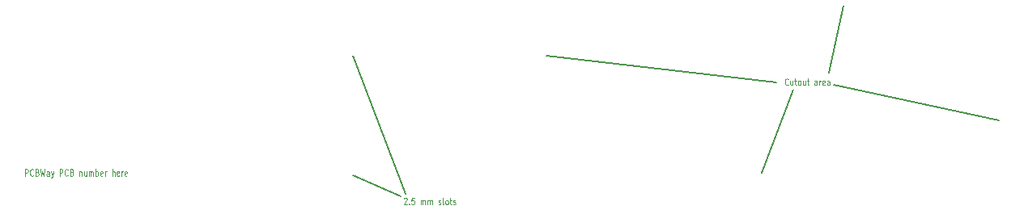
<source format=gbr>
G04 #@! TF.FileFunction,Other,Comment*
%FSLAX46Y46*%
G04 Gerber Fmt 4.6, Leading zero omitted, Abs format (unit mm)*
G04 Created by KiCad (PCBNEW 4.0.7-e2-6376~61~ubuntu18.04.1) date Fri Jul  6 14:55:34 2018*
%MOMM*%
%LPD*%
G01*
G04 APERTURE LIST*
%ADD10C,0.100000*%
%ADD11C,0.120000*%
%ADD12C,0.200000*%
G04 APERTURE END LIST*
D10*
D11*
X164420237Y-88816667D02*
X164420237Y-88116667D01*
X164629761Y-88116667D01*
X164682142Y-88150000D01*
X164708333Y-88183333D01*
X164734523Y-88250000D01*
X164734523Y-88350000D01*
X164708333Y-88416667D01*
X164682142Y-88450000D01*
X164629761Y-88483333D01*
X164420237Y-88483333D01*
X165284523Y-88750000D02*
X165258333Y-88783333D01*
X165179761Y-88816667D01*
X165127380Y-88816667D01*
X165048809Y-88783333D01*
X164996428Y-88716667D01*
X164970237Y-88650000D01*
X164944047Y-88516667D01*
X164944047Y-88416667D01*
X164970237Y-88283333D01*
X164996428Y-88216667D01*
X165048809Y-88150000D01*
X165127380Y-88116667D01*
X165179761Y-88116667D01*
X165258333Y-88150000D01*
X165284523Y-88183333D01*
X165703571Y-88450000D02*
X165782142Y-88483333D01*
X165808333Y-88516667D01*
X165834523Y-88583333D01*
X165834523Y-88683333D01*
X165808333Y-88750000D01*
X165782142Y-88783333D01*
X165729761Y-88816667D01*
X165520237Y-88816667D01*
X165520237Y-88116667D01*
X165703571Y-88116667D01*
X165755952Y-88150000D01*
X165782142Y-88183333D01*
X165808333Y-88250000D01*
X165808333Y-88316667D01*
X165782142Y-88383333D01*
X165755952Y-88416667D01*
X165703571Y-88450000D01*
X165520237Y-88450000D01*
X166017856Y-88116667D02*
X166148809Y-88816667D01*
X166253571Y-88316667D01*
X166358333Y-88816667D01*
X166489285Y-88116667D01*
X166934523Y-88816667D02*
X166934523Y-88450000D01*
X166908332Y-88383333D01*
X166855951Y-88350000D01*
X166751189Y-88350000D01*
X166698808Y-88383333D01*
X166934523Y-88783333D02*
X166882142Y-88816667D01*
X166751189Y-88816667D01*
X166698808Y-88783333D01*
X166672618Y-88716667D01*
X166672618Y-88650000D01*
X166698808Y-88583333D01*
X166751189Y-88550000D01*
X166882142Y-88550000D01*
X166934523Y-88516667D01*
X167144046Y-88350000D02*
X167274999Y-88816667D01*
X167405951Y-88350000D02*
X167274999Y-88816667D01*
X167222618Y-88983333D01*
X167196427Y-89016667D01*
X167144046Y-89050000D01*
X168034523Y-88816667D02*
X168034523Y-88116667D01*
X168244047Y-88116667D01*
X168296428Y-88150000D01*
X168322619Y-88183333D01*
X168348809Y-88250000D01*
X168348809Y-88350000D01*
X168322619Y-88416667D01*
X168296428Y-88450000D01*
X168244047Y-88483333D01*
X168034523Y-88483333D01*
X168898809Y-88750000D02*
X168872619Y-88783333D01*
X168794047Y-88816667D01*
X168741666Y-88816667D01*
X168663095Y-88783333D01*
X168610714Y-88716667D01*
X168584523Y-88650000D01*
X168558333Y-88516667D01*
X168558333Y-88416667D01*
X168584523Y-88283333D01*
X168610714Y-88216667D01*
X168663095Y-88150000D01*
X168741666Y-88116667D01*
X168794047Y-88116667D01*
X168872619Y-88150000D01*
X168898809Y-88183333D01*
X169317857Y-88450000D02*
X169396428Y-88483333D01*
X169422619Y-88516667D01*
X169448809Y-88583333D01*
X169448809Y-88683333D01*
X169422619Y-88750000D01*
X169396428Y-88783333D01*
X169344047Y-88816667D01*
X169134523Y-88816667D01*
X169134523Y-88116667D01*
X169317857Y-88116667D01*
X169370238Y-88150000D01*
X169396428Y-88183333D01*
X169422619Y-88250000D01*
X169422619Y-88316667D01*
X169396428Y-88383333D01*
X169370238Y-88416667D01*
X169317857Y-88450000D01*
X169134523Y-88450000D01*
X170103571Y-88350000D02*
X170103571Y-88816667D01*
X170103571Y-88416667D02*
X170129762Y-88383333D01*
X170182143Y-88350000D01*
X170260714Y-88350000D01*
X170313095Y-88383333D01*
X170339286Y-88450000D01*
X170339286Y-88816667D01*
X170836905Y-88350000D02*
X170836905Y-88816667D01*
X170601190Y-88350000D02*
X170601190Y-88716667D01*
X170627381Y-88783333D01*
X170679762Y-88816667D01*
X170758333Y-88816667D01*
X170810714Y-88783333D01*
X170836905Y-88750000D01*
X171098809Y-88816667D02*
X171098809Y-88350000D01*
X171098809Y-88416667D02*
X171125000Y-88383333D01*
X171177381Y-88350000D01*
X171255952Y-88350000D01*
X171308333Y-88383333D01*
X171334524Y-88450000D01*
X171334524Y-88816667D01*
X171334524Y-88450000D02*
X171360714Y-88383333D01*
X171413095Y-88350000D01*
X171491667Y-88350000D01*
X171544047Y-88383333D01*
X171570238Y-88450000D01*
X171570238Y-88816667D01*
X171832142Y-88816667D02*
X171832142Y-88116667D01*
X171832142Y-88383333D02*
X171884523Y-88350000D01*
X171989285Y-88350000D01*
X172041666Y-88383333D01*
X172067857Y-88416667D01*
X172094047Y-88483333D01*
X172094047Y-88683333D01*
X172067857Y-88750000D01*
X172041666Y-88783333D01*
X171989285Y-88816667D01*
X171884523Y-88816667D01*
X171832142Y-88783333D01*
X172539285Y-88783333D02*
X172486904Y-88816667D01*
X172382142Y-88816667D01*
X172329761Y-88783333D01*
X172303571Y-88716667D01*
X172303571Y-88450000D01*
X172329761Y-88383333D01*
X172382142Y-88350000D01*
X172486904Y-88350000D01*
X172539285Y-88383333D01*
X172565476Y-88450000D01*
X172565476Y-88516667D01*
X172303571Y-88583333D01*
X172801190Y-88816667D02*
X172801190Y-88350000D01*
X172801190Y-88483333D02*
X172827381Y-88416667D01*
X172853571Y-88383333D01*
X172905952Y-88350000D01*
X172958333Y-88350000D01*
X173560714Y-88816667D02*
X173560714Y-88116667D01*
X173796429Y-88816667D02*
X173796429Y-88450000D01*
X173770238Y-88383333D01*
X173717857Y-88350000D01*
X173639286Y-88350000D01*
X173586905Y-88383333D01*
X173560714Y-88416667D01*
X174267857Y-88783333D02*
X174215476Y-88816667D01*
X174110714Y-88816667D01*
X174058333Y-88783333D01*
X174032143Y-88716667D01*
X174032143Y-88450000D01*
X174058333Y-88383333D01*
X174110714Y-88350000D01*
X174215476Y-88350000D01*
X174267857Y-88383333D01*
X174294048Y-88450000D01*
X174294048Y-88516667D01*
X174032143Y-88583333D01*
X174529762Y-88816667D02*
X174529762Y-88350000D01*
X174529762Y-88483333D02*
X174555953Y-88416667D01*
X174582143Y-88383333D01*
X174634524Y-88350000D01*
X174686905Y-88350000D01*
X175079762Y-88783333D02*
X175027381Y-88816667D01*
X174922619Y-88816667D01*
X174870238Y-88783333D01*
X174844048Y-88716667D01*
X174844048Y-88450000D01*
X174870238Y-88383333D01*
X174922619Y-88350000D01*
X175027381Y-88350000D01*
X175079762Y-88383333D01*
X175105953Y-88450000D01*
X175105953Y-88516667D01*
X174844048Y-88583333D01*
D12*
X243000000Y-79000000D02*
X219000000Y-76250000D01*
X244750000Y-79750000D02*
X241500000Y-88500000D01*
X249000000Y-79250000D02*
X266250000Y-83000000D01*
X248500000Y-78000000D02*
X250000000Y-71000000D01*
X204250000Y-90750000D02*
X198750000Y-76250000D01*
X203750000Y-91000000D02*
X198750000Y-88750000D01*
D11*
X204052381Y-91183333D02*
X204078571Y-91150000D01*
X204130952Y-91116667D01*
X204261905Y-91116667D01*
X204314286Y-91150000D01*
X204340476Y-91183333D01*
X204366667Y-91250000D01*
X204366667Y-91316667D01*
X204340476Y-91416667D01*
X204026190Y-91816667D01*
X204366667Y-91816667D01*
X204602381Y-91750000D02*
X204628572Y-91783333D01*
X204602381Y-91816667D01*
X204576191Y-91783333D01*
X204602381Y-91750000D01*
X204602381Y-91816667D01*
X205126191Y-91116667D02*
X204864286Y-91116667D01*
X204838096Y-91450000D01*
X204864286Y-91416667D01*
X204916667Y-91383333D01*
X205047620Y-91383333D01*
X205100001Y-91416667D01*
X205126191Y-91450000D01*
X205152382Y-91516667D01*
X205152382Y-91683333D01*
X205126191Y-91750000D01*
X205100001Y-91783333D01*
X205047620Y-91816667D01*
X204916667Y-91816667D01*
X204864286Y-91783333D01*
X204838096Y-91750000D01*
X205807144Y-91816667D02*
X205807144Y-91350000D01*
X205807144Y-91416667D02*
X205833335Y-91383333D01*
X205885716Y-91350000D01*
X205964287Y-91350000D01*
X206016668Y-91383333D01*
X206042859Y-91450000D01*
X206042859Y-91816667D01*
X206042859Y-91450000D02*
X206069049Y-91383333D01*
X206121430Y-91350000D01*
X206200002Y-91350000D01*
X206252382Y-91383333D01*
X206278573Y-91450000D01*
X206278573Y-91816667D01*
X206540477Y-91816667D02*
X206540477Y-91350000D01*
X206540477Y-91416667D02*
X206566668Y-91383333D01*
X206619049Y-91350000D01*
X206697620Y-91350000D01*
X206750001Y-91383333D01*
X206776192Y-91450000D01*
X206776192Y-91816667D01*
X206776192Y-91450000D02*
X206802382Y-91383333D01*
X206854763Y-91350000D01*
X206933335Y-91350000D01*
X206985715Y-91383333D01*
X207011906Y-91450000D01*
X207011906Y-91816667D01*
X207666668Y-91783333D02*
X207719049Y-91816667D01*
X207823811Y-91816667D01*
X207876192Y-91783333D01*
X207902382Y-91716667D01*
X207902382Y-91683333D01*
X207876192Y-91616667D01*
X207823811Y-91583333D01*
X207745239Y-91583333D01*
X207692858Y-91550000D01*
X207666668Y-91483333D01*
X207666668Y-91450000D01*
X207692858Y-91383333D01*
X207745239Y-91350000D01*
X207823811Y-91350000D01*
X207876192Y-91383333D01*
X208216668Y-91816667D02*
X208164287Y-91783333D01*
X208138096Y-91716667D01*
X208138096Y-91116667D01*
X208504763Y-91816667D02*
X208452382Y-91783333D01*
X208426191Y-91750000D01*
X208400001Y-91683333D01*
X208400001Y-91483333D01*
X208426191Y-91416667D01*
X208452382Y-91383333D01*
X208504763Y-91350000D01*
X208583334Y-91350000D01*
X208635715Y-91383333D01*
X208661906Y-91416667D01*
X208688096Y-91483333D01*
X208688096Y-91683333D01*
X208661906Y-91750000D01*
X208635715Y-91783333D01*
X208583334Y-91816667D01*
X208504763Y-91816667D01*
X208845239Y-91350000D02*
X209054763Y-91350000D01*
X208923810Y-91116667D02*
X208923810Y-91716667D01*
X208950001Y-91783333D01*
X209002382Y-91816667D01*
X209054763Y-91816667D01*
X209211906Y-91783333D02*
X209264287Y-91816667D01*
X209369049Y-91816667D01*
X209421430Y-91783333D01*
X209447620Y-91716667D01*
X209447620Y-91683333D01*
X209421430Y-91616667D01*
X209369049Y-91583333D01*
X209290477Y-91583333D01*
X209238096Y-91550000D01*
X209211906Y-91483333D01*
X209211906Y-91450000D01*
X209238096Y-91383333D01*
X209290477Y-91350000D01*
X209369049Y-91350000D01*
X209421430Y-91383333D01*
X244246428Y-79250000D02*
X244220238Y-79283333D01*
X244141666Y-79316667D01*
X244089285Y-79316667D01*
X244010714Y-79283333D01*
X243958333Y-79216667D01*
X243932142Y-79150000D01*
X243905952Y-79016667D01*
X243905952Y-78916667D01*
X243932142Y-78783333D01*
X243958333Y-78716667D01*
X244010714Y-78650000D01*
X244089285Y-78616667D01*
X244141666Y-78616667D01*
X244220238Y-78650000D01*
X244246428Y-78683333D01*
X244717857Y-78850000D02*
X244717857Y-79316667D01*
X244482142Y-78850000D02*
X244482142Y-79216667D01*
X244508333Y-79283333D01*
X244560714Y-79316667D01*
X244639285Y-79316667D01*
X244691666Y-79283333D01*
X244717857Y-79250000D01*
X244901190Y-78850000D02*
X245110714Y-78850000D01*
X244979761Y-78616667D02*
X244979761Y-79216667D01*
X245005952Y-79283333D01*
X245058333Y-79316667D01*
X245110714Y-79316667D01*
X245372619Y-79316667D02*
X245320238Y-79283333D01*
X245294047Y-79250000D01*
X245267857Y-79183333D01*
X245267857Y-78983333D01*
X245294047Y-78916667D01*
X245320238Y-78883333D01*
X245372619Y-78850000D01*
X245451190Y-78850000D01*
X245503571Y-78883333D01*
X245529762Y-78916667D01*
X245555952Y-78983333D01*
X245555952Y-79183333D01*
X245529762Y-79250000D01*
X245503571Y-79283333D01*
X245451190Y-79316667D01*
X245372619Y-79316667D01*
X246027381Y-78850000D02*
X246027381Y-79316667D01*
X245791666Y-78850000D02*
X245791666Y-79216667D01*
X245817857Y-79283333D01*
X245870238Y-79316667D01*
X245948809Y-79316667D01*
X246001190Y-79283333D01*
X246027381Y-79250000D01*
X246210714Y-78850000D02*
X246420238Y-78850000D01*
X246289285Y-78616667D02*
X246289285Y-79216667D01*
X246315476Y-79283333D01*
X246367857Y-79316667D01*
X246420238Y-79316667D01*
X247258334Y-79316667D02*
X247258334Y-78950000D01*
X247232143Y-78883333D01*
X247179762Y-78850000D01*
X247075000Y-78850000D01*
X247022619Y-78883333D01*
X247258334Y-79283333D02*
X247205953Y-79316667D01*
X247075000Y-79316667D01*
X247022619Y-79283333D01*
X246996429Y-79216667D01*
X246996429Y-79150000D01*
X247022619Y-79083333D01*
X247075000Y-79050000D01*
X247205953Y-79050000D01*
X247258334Y-79016667D01*
X247520238Y-79316667D02*
X247520238Y-78850000D01*
X247520238Y-78983333D02*
X247546429Y-78916667D01*
X247572619Y-78883333D01*
X247625000Y-78850000D01*
X247677381Y-78850000D01*
X248070238Y-79283333D02*
X248017857Y-79316667D01*
X247913095Y-79316667D01*
X247860714Y-79283333D01*
X247834524Y-79216667D01*
X247834524Y-78950000D01*
X247860714Y-78883333D01*
X247913095Y-78850000D01*
X248017857Y-78850000D01*
X248070238Y-78883333D01*
X248096429Y-78950000D01*
X248096429Y-79016667D01*
X247834524Y-79083333D01*
X248567858Y-79316667D02*
X248567858Y-78950000D01*
X248541667Y-78883333D01*
X248489286Y-78850000D01*
X248384524Y-78850000D01*
X248332143Y-78883333D01*
X248567858Y-79283333D02*
X248515477Y-79316667D01*
X248384524Y-79316667D01*
X248332143Y-79283333D01*
X248305953Y-79216667D01*
X248305953Y-79150000D01*
X248332143Y-79083333D01*
X248384524Y-79050000D01*
X248515477Y-79050000D01*
X248567858Y-79016667D01*
M02*

</source>
